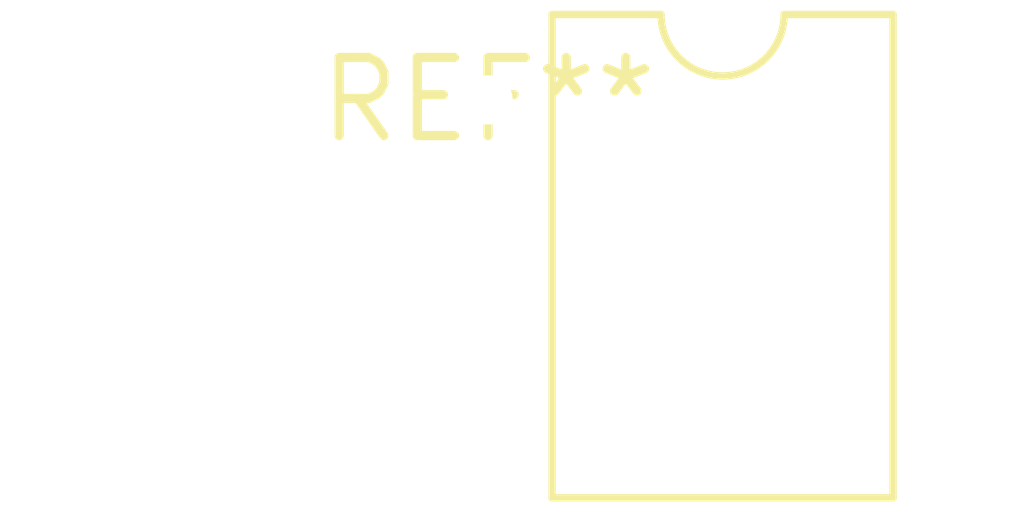
<source format=kicad_pcb>
(kicad_pcb (version 20240108) (generator pcbnew)
  (layers (0 "F.Cu" signal) (31 "B.Cu" signal) (34 "B.Paste" user) (35 "F.Paste" user) (36 "B.SilkS" user "B.Silkscreen") (37 "F.SilkS" user "F.Silkscreen") (38 "B.Mask" user) (39 "F.Mask" user) (44 "Edge.Cuts" user))
  (net 0 "")
  (footprint "Toshiba_11-7A9" (layer "F.Cu") (at 0 0)
    (property "Reference" "REF**")
    (property "Value" "Toshiba_11-7A9")
    (fp_line (start 1.04 -1.39) (end 1.04 6.47) (layer "F.SilkS") (stroke (width 0.12)))
    (fp_line (start 1.04 6.47) (end 6.58 6.47) (layer "F.SilkS") (stroke (width 0.12)))
    (fp_line (start 2.81 -1.39) (end 1.04 -1.39) (layer "F.SilkS") (stroke (width 0.12)))
    (fp_line (start 6.58 -1.39) (end 4.81 -1.39) (layer "F.SilkS") (stroke (width 0.12)))
    (fp_line (start 6.58 6.47) (end 6.58 -1.39) (layer "F.SilkS") (stroke (width 0.12)))
    (fp_arc (start 4.81 -1.39) (mid 3.81 -0.39) (end 2.81 -1.39) (layer "F.SilkS") (stroke (width 0.12)))
    (pad "1" thru_hole rect (at 0 0) (size 1.6 1.6) (drill 0.8) (layers *.Cu *.Mask) (remove_unused_layers))
    (pad "2" thru_hole oval (at 0 2.54) (size 1.6 1.6) (drill 0.8) (layers *.Cu *.Mask) (remove_unused_layers))
    (pad "3" thru_hole oval (at 0 5.08) (size 1.6 1.6) (drill 0.8) (layers *.Cu *.Mask) (remove_unused_layers))
    (pad "4" thru_hole oval (at 7.62 5.08) (size 1.6 1.6) (drill 0.8) (layers *.Cu *.Mask) (remove_unused_layers))
    (pad "6" thru_hole oval (at 7.62 0) (size 1.6 1.6) (drill 0.8) (layers *.Cu *.Mask) (remove_unused_layers))
  )
)
</source>
